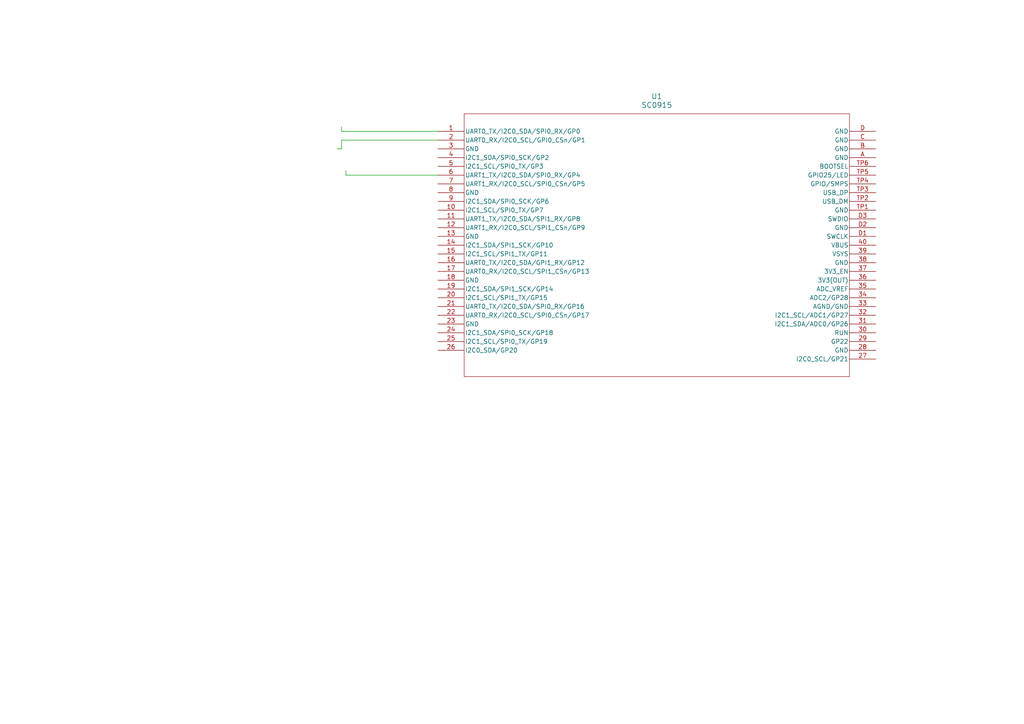
<source format=kicad_sch>
(kicad_sch (version 20231120) (generator "eeschema") (generator_version "8.0")
  (paper "A4")
  (title_block (title "Flight controller") (company "Lafayette College") (comment 1 "Author: Otieno Maurice , Noah Ross"))
  (lib_symbols
    (symbol "RASP[ BERRY PI PICO:SC0915" (pin_names (offset 0.254))
      (property "Reference" "U" (at 63.5 10.16 0))
      (property "Value" "SC0915" (at 63.5 7.62 0))
      (symbol "SC0915_0_1"
        (polyline (pts (xy 7.62 -71.12) (xy 119.38 -71.12)) (stroke (width 0.127)))
        (polyline (pts (xy 7.62 5.08) (xy 7.62 -71.12)) (stroke (width 0.127)))
        (polyline (pts (xy 119.38 -71.12) (xy 119.38 5.08)) (stroke (width 0.127)))
        (polyline (pts (xy 119.38 5.08) (xy 7.62 5.08)) (stroke (width 0.127)))
        (pin bidirectional line (at 0 0 0) (length 7.62) (name "UART0_TX/I2C0_SDA/SPI0_RX/GP0") (number "1"))
        (pin bidirectional line (at 0 -22.86 0) (length 7.62) (name "I2C1_SCL/SPI0_TX/GP7") (number "10"))
        (pin bidirectional line (at 0 -25.4 0) (length 7.62) (name "UART1_TX/I2C0_SDA/SPI1_RX/GP8") (number "11"))
        (pin bidirectional line (at 0 -27.94 0) (length 7.62) (name "UART1_RX/I2C0_SCL/SPI1_CSn/GP9") (number "12"))
        (pin power_out line (at 0 -30.48 0) (length 7.62) (name "GND") (number "13"))
        (pin bidirectional line (at 0 -33.02 0) (length 7.62) (name "I2C1_SDA/SPI1_SCK/GP10") (number "14"))
        (pin bidirectional line (at 0 -35.56 0) (length 7.62) (name "I2C1_SCL/SPI1_TX/GP11") (number "15"))
        (pin bidirectional line (at 0 -38.1 0) (length 7.62) (name "UART0_TX/I2C0_SDA/GPI1_RX/GP12") (number "16"))
        (pin bidirectional line (at 0 -40.64 0) (length 7.62) (name "UART0_RX/I2C0_SCL/SPI1_CSn/GP13") (number "17"))
        (pin power_out line (at 0 -43.18 0) (length 7.62) (name "GND") (number "18"))
        (pin bidirectional line (at 0 -45.72 0) (length 7.62) (name "I2C1_SDA/SPI1_SCK/GP14") (number "19"))
        (pin bidirectional line (at 0 -2.54 0) (length 7.62) (name "UART0_RX/I2C0_SCL/GPI0_CSn/GP1") (number "2"))
        (pin bidirectional line (at 0 -48.26 0) (length 7.62) (name "I2C1_SCL/SPI1_TX/GP15") (number "20"))
        (pin bidirectional line (at 0 -50.8 0) (length 7.62) (name "UART0_TX/I2C0_SDA/SPI0_RX/GP16") (number "21"))
        (pin bidirectional line (at 0 -53.34 0) (length 7.62) (name "UART0_RX/I2C0_SCL/SPI0_CSn/GP17") (number "22"))
        (pin power_out line (at 0 -55.88 0) (length 7.62) (name "GND") (number "23"))
        (pin bidirectional line (at 0 -58.42 0) (length 7.62) (name "I2C1_SDA/SPI0_SCK/GP18") (number "24"))
        (pin bidirectional line (at 0 -60.96 0) (length 7.62) (name "I2C1_SCL/SPI0_TX/GP19") (number "25"))
        (pin bidirectional line (at 0 -63.5 0) (length 7.62) (name "I2C0_SDA/GP20") (number "26"))
        (pin bidirectional line (at 127 -66.04 180) (length 7.62) (name "I2C0_SCL/GP21") (number "27"))
        (pin power_out line (at 127 -63.5 180) (length 7.62) (name "GND") (number "28"))
        (pin bidirectional line (at 127 -60.96 180) (length 7.62) (name "GP22") (number "29"))
        (pin power_out line (at 0 -5.08 0) (length 7.62) (name "GND") (number "3"))
        (pin unspecified line (at 127 -58.42 180) (length 7.62) (name "RUN") (number "30"))
        (pin bidirectional line (at 127 -55.88 180) (length 7.62) (name "I2C1_SDA/ADC0/GP26") (number "31"))
        (pin bidirectional line (at 127 -53.34 180) (length 7.62) (name "I2C1_SCL/ADC1/GP27") (number "32"))
        (pin power_out line (at 127 -50.8 180) (length 7.62) (name "AGND/GND") (number "33"))
        (pin bidirectional line (at 127 -48.26 180) (length 7.62) (name "ADC2/GP28") (number "34"))
        (pin power_in line (at 127 -45.72 180) (length 7.62) (name "ADC_VREF") (number "35"))
        (pin output line (at 127 -43.18 180) (length 7.62) (name "3V3(OUT)") (number "36"))
        (pin power_in line (at 127 -40.64 180) (length 7.62) (name "3V3_EN") (number "37"))
        (pin power_out line (at 127 -38.1 180) (length 7.62) (name "GND") (number "38"))
        (pin power_in line (at 127 -35.56 180) (length 7.62) (name "VSYS") (number "39"))
        (pin bidirectional line (at 0 -7.62 0) (length 7.62) (name "I2C1_SDA/SPI0_SCK/GP2") (number "4"))
        (pin power_in line (at 127 -33.02 180) (length 7.62) (name "VBUS") (number "40"))
        (pin bidirectional line (at 0 -10.16 0) (length 7.62) (name "I2C1_SCL/SPI0_TX/GP3") (number "5"))
        (pin bidirectional line (at 0 -12.7 0) (length 7.62) (name "UART1_TX/I2C0_SDA/SPI0_RX/GP4") (number "6"))
        (pin bidirectional line (at 0 -15.24 0) (length 7.62) (name "UART1_RX/I2C0_SCL/SPI0_CSn/GP5") (number "7"))
        (pin power_out line (at 0 -17.78 0) (length 7.62) (name "GND") (number "8"))
        (pin bidirectional line (at 0 -20.32 0) (length 7.62) (name "I2C1_SDA/SPI0_SCK/GP6") (number "9"))
        (pin power_out line (at 127 -7.62 180) (length 7.62) (name "GND") (number "A"))
        (pin power_out line (at 127 -5.08 180) (length 7.62) (name "GND") (number "B"))
        (pin power_out line (at 127 -2.54 180) (length 7.62) (name "GND") (number "C"))
        (pin power_out line (at 127 0 180) (length 7.62) (name "GND") (number "D"))
        (pin unspecified line (at 127 -30.48 180) (length 7.62) (name "SWCLK") (number "D1"))
        (pin power_out line (at 127 -27.94 180) (length 7.62) (name "GND") (number "D2"))
        (pin unspecified line (at 127 -25.4 180) (length 7.62) (name "SWDIO") (number "D3"))
        (pin power_out line (at 127 -22.86 180) (length 7.62) (name "GND") (number "TP1"))
        (pin unspecified line (at 127 -20.32 180) (length 7.62) (name "USB_DM") (number "TP2"))
        (pin unspecified line (at 127 -17.78 180) (length 7.62) (name "USB_DP") (number "TP3"))
        (pin unspecified line (at 127 -15.24 180) (length 7.62) (name "GPIO/SMPS") (number "TP4"))
        (pin unspecified line (at 127 -12.7 180) (length 7.62) (name "GPIO25/LED") (number "TP5"))
        (pin unspecified line (at 127 -10.16 180) (length 7.62) (name "BOOTSEL") (number "TP6"))
      )
    )
  )
  (wire (pts (xy 127 50.8) (xy 100.33 50.8)))
  (wire (pts (xy 99.06 40.64) (xy 99.06 43.18)))
  (wire (pts (xy 99.06 36.83) (xy 99.06 38.1)))
  (wire (pts (xy 127 38.1) (xy 99.06 38.1)))
  (wire (pts (xy 127 40.64) (xy 99.06 40.64)))
  (wire (pts (xy 100.33 49.53) (xy 100.33 50.8)))
  (wire (pts (xy 97.79 43.18) (xy 99.06 43.18)))
  (symbol (lib_id "RASP[ BERRY PI PICO:SC0915") (at 127 38.1 0) (unit 1)
    (property "Reference" "U1" (at 190.5 27.94 0) (effects (font (size 1.524 1.524))))
    (property "Value" "SC0915" (at 190.5 30.48 0) (effects (font (size 1.524 1.524))))
    (property "Footprint" "SC0915_RPI" (effects (hide yes)))
    (property "Datasheet" "SC0915" (effects (hide yes)))
  )
)
</source>
